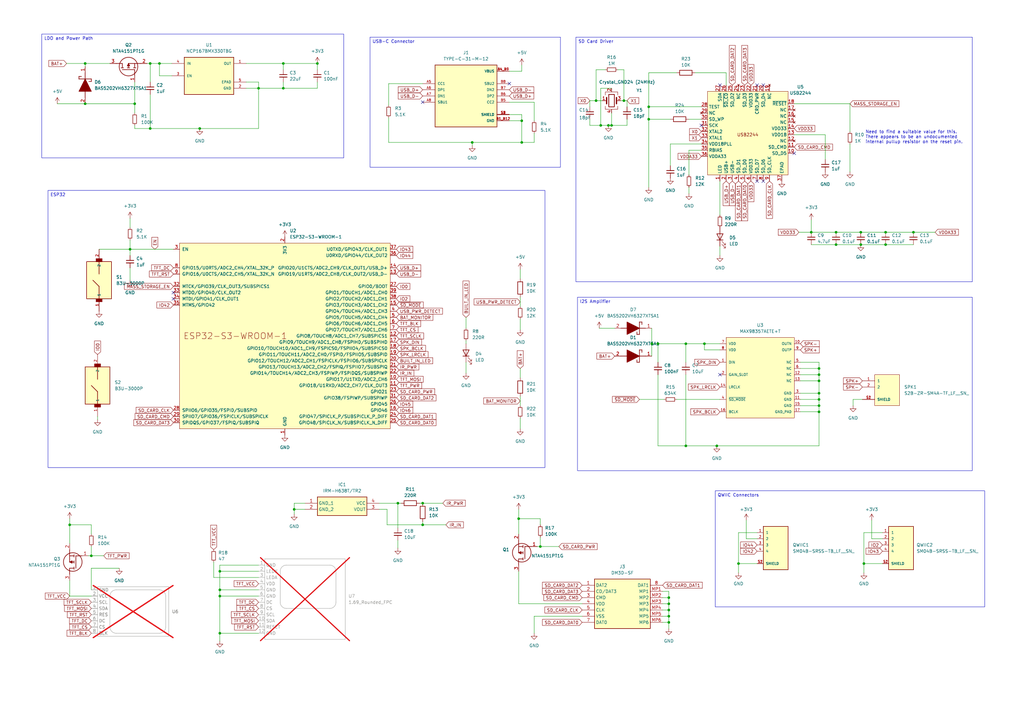
<source format=kicad_sch>
(kicad_sch (version 20230121) (generator eeschema)
  (paper "A3")
  (junction (at 342.9 100.33))
  (junction (at 294.005 182.88))
  (junction (at 130.175 26.035))
  (junction (at 269.875 140.97))
  (junction (at 246.38 51.435))
  (junction (at 335.915 156.21))
  (junction (at 120.65 208.915))
  (junction (at 55.245 42.545))
  (junction (at 342.9 95.25))
  (junction (at 65.405 26.035))
  (junction (at 90.17 259.715))
  (junction (at 106.045 36.195))
  (junction (at 266.065 48.895))
  (junction (at 61.595 52.705))
  (junction (at 183.515 337.82))
  (junction (at 193.675 58.42))
  (junction (at 354.33 231.14))
  (junction (at 90.17 244.475))
  (junction (at 255.905 41.275))
  (junction (at 281.305 182.88))
  (junction (at 353.06 100.33))
  (junction (at 28.575 215.265))
  (junction (at 221.615 224.155))
  (junction (at 281.305 140.97))
  (junction (at 335.915 163.83))
  (junction (at 197.485 313.69))
  (junction (at 363.22 100.33))
  (junction (at 250.825 51.435))
  (junction (at 335.915 161.29))
  (junction (at 173.355 215.265))
  (junction (at 136.525 350.52))
  (junction (at 335.915 153.67))
  (junction (at 267.335 140.97))
  (junction (at 90.17 241.935))
  (junction (at 34.925 26.035))
  (junction (at 335.915 166.37))
  (junction (at 212.725 212.725))
  (junction (at 363.22 95.25))
  (junction (at 335.915 168.91))
  (junction (at 274.32 255.27))
  (junction (at 274.32 247.65))
  (junction (at 213.995 58.42))
  (junction (at 302.895 231.14))
  (junction (at 213.995 49.53))
  (junction (at 116.205 36.195))
  (junction (at 163.195 206.375))
  (junction (at 34.925 42.545))
  (junction (at 288.925 140.97))
  (junction (at 61.595 26.035))
  (junction (at 332.74 95.25))
  (junction (at 274.32 252.73))
  (junction (at 151.765 350.52))
  (junction (at 182.245 313.69))
  (junction (at 244.475 41.275))
  (junction (at 173.355 350.52))
  (junction (at 335.915 151.13))
  (junction (at 266.065 43.815))
  (junction (at 90.17 234.315))
  (junction (at 206.375 337.82))
  (junction (at 53.34 102.235))
  (junction (at 274.32 245.11))
  (junction (at 37.465 227.965))
  (junction (at 274.32 250.19))
  (junction (at 374.65 95.25))
  (junction (at 81.915 52.705))
  (junction (at 249.555 51.435))
  (junction (at 116.205 26.035))
  (junction (at 353.06 95.25))
  (junction (at 173.355 206.375))
  (no_connect (at 310.515 34.925))
  (no_connect (at 208.915 34.29))
  (no_connect (at 173.355 41.91))
  (no_connect (at 287.655 51.435))
  (no_connect (at 71.12 122.555))
  (no_connect (at 313.055 74.295))
  (no_connect (at 325.755 62.865))
  (no_connect (at 310.515 74.295))
  (no_connect (at -13.97 166.37))
  (no_connect (at 313.055 34.925))
  (no_connect (at 71.12 120.015))
  (no_connect (at 295.275 34.925))
  (no_connect (at 295.275 153.67))
  (wire (pts (xy 60.325 26.035) (xy 61.595 26.035)))
  (wire (pts (xy 90.17 231.775) (xy 106.045 231.775)))
  (wire (pts (xy 335.915 161.29) (xy 335.915 163.83)))
  (wire (pts (xy 244.475 28.575) (xy 248.285 28.575)))
  (wire (pts (xy 335.915 148.59) (xy 335.915 151.13)))
  (wire (pts (xy 274.32 255.27) (xy 274.32 257.81)))
  (wire (pts (xy 349.885 163.83) (xy 349.885 166.37)))
  (wire (pts (xy 65.405 26.035) (xy 70.485 26.035)))
  (wire (pts (xy 269.875 140.97) (xy 281.305 140.97)))
  (wire (pts (xy 173.355 332.74) (xy 173.355 340.36)))
  (wire (pts (xy 212.725 208.915) (xy 212.725 212.725)))
  (wire (pts (xy 338.455 55.245) (xy 338.455 65.405)))
  (wire (pts (xy 363.22 95.25) (xy 374.65 95.25)))
  (wire (pts (xy 295.275 100.965) (xy 295.275 104.775)))
  (wire (pts (xy 250.825 46.355) (xy 250.825 51.435)))
  (wire (pts (xy 130.175 26.035) (xy 116.205 26.035)))
  (wire (pts (xy 285.115 29.845) (xy 297.815 29.845)))
  (wire (pts (xy 90.17 241.935) (xy 106.045 241.935)))
  (wire (pts (xy 257.175 41.275) (xy 257.175 43.815)))
  (wire (pts (xy 274.32 247.65) (xy 274.32 250.19)))
  (wire (pts (xy 142.875 337.82) (xy 136.525 337.82)))
  (wire (pts (xy 295.275 74.295) (xy 295.275 88.265)))
  (wire (pts (xy 357.505 220.98) (xy 361.95 220.98)))
  (wire (pts (xy 116.205 26.035) (xy 116.205 28.575)))
  (wire (pts (xy 271.78 247.65) (xy 274.32 247.65)))
  (wire (pts (xy 266.065 43.815) (xy 266.065 48.895)))
  (wire (pts (xy 271.78 252.73) (xy 274.32 252.73)))
  (wire (pts (xy 241.935 41.275) (xy 244.475 41.275)))
  (wire (pts (xy 282.575 61.595) (xy 287.655 61.595)))
  (wire (pts (xy 288.925 143.51) (xy 288.925 140.97)))
  (wire (pts (xy 297.815 29.845) (xy 297.815 34.925)))
  (wire (pts (xy 267.335 146.05) (xy 267.335 140.97)))
  (wire (pts (xy 325.755 55.245) (xy 338.455 55.245)))
  (wire (pts (xy 100.965 26.035) (xy 116.205 26.035)))
  (wire (pts (xy 182.245 331.47) (xy 182.245 335.28)))
  (wire (pts (xy 100.965 33.655) (xy 106.045 33.655)))
  (wire (pts (xy 246.38 51.435) (xy 249.555 51.435)))
  (wire (pts (xy 335.915 156.21) (xy 335.915 161.29)))
  (wire (pts (xy 116.205 33.655) (xy 116.205 36.195)))
  (wire (pts (xy 266.065 48.895) (xy 266.065 76.835)))
  (wire (pts (xy 27.305 26.035) (xy 34.925 26.035)))
  (wire (pts (xy 213.995 26.67) (xy 213.995 29.21)))
  (wire (pts (xy 37.465 215.265) (xy 37.465 219.075)))
  (wire (pts (xy 65.405 31.115) (xy 65.405 26.035)))
  (wire (pts (xy 37.465 233.045) (xy 37.465 241.935)))
  (wire (pts (xy 53.34 102.235) (xy 71.12 102.235)))
  (wire (pts (xy 328.295 166.37) (xy 335.915 166.37)))
  (wire (pts (xy 126.365 335.28) (xy 142.875 335.28)))
  (wire (pts (xy 136.525 350.52) (xy 151.765 350.52)))
  (wire (pts (xy 277.495 163.83) (xy 295.275 163.83)))
  (wire (pts (xy 219.075 54.61) (xy 219.075 58.42)))
  (wire (pts (xy 163.195 206.375) (xy 163.195 216.535)))
  (wire (pts (xy 90.17 234.315) (xy 90.17 241.935)))
  (wire (pts (xy 306.07 220.98) (xy 310.515 220.98)))
  (wire (pts (xy 173.355 350.52) (xy 183.515 350.52)))
  (wire (pts (xy 158.75 215.265) (xy 173.355 215.265)))
  (wire (pts (xy 269.875 153.67) (xy 269.875 182.88)))
  (wire (pts (xy 241.935 48.895) (xy 241.935 51.435)))
  (wire (pts (xy 282.575 61.595) (xy 282.575 71.755)))
  (wire (pts (xy 182.245 322.58) (xy 182.245 323.85)))
  (wire (pts (xy 246.38 36.195) (xy 246.38 51.435)))
  (wire (pts (xy 274.32 242.57) (xy 274.32 245.11)))
  (wire (pts (xy 353.06 95.25) (xy 363.22 95.25)))
  (wire (pts (xy 306.07 213.36) (xy 306.07 220.98)))
  (wire (pts (xy 246.38 36.195) (xy 250.825 36.195)))
  (wire (pts (xy 90.17 259.715) (xy 106.045 259.715)))
  (wire (pts (xy 281.305 153.67) (xy 281.305 182.88)))
  (wire (pts (xy 197.485 313.69) (xy 197.485 337.82)))
  (wire (pts (xy 335.915 168.91) (xy 335.915 182.88)))
  (wire (pts (xy 28.575 212.725) (xy 28.575 215.265)))
  (wire (pts (xy 213.36 130.81) (xy 213.36 135.255)))
  (wire (pts (xy 40.64 102.235) (xy 53.34 102.235)))
  (wire (pts (xy 274.32 250.19) (xy 274.32 252.73)))
  (wire (pts (xy 132.715 332.74) (xy 142.875 332.74)))
  (wire (pts (xy 213.995 49.53) (xy 213.995 58.42)))
  (wire (pts (xy 374.65 95.25) (xy 383.54 95.25)))
  (wire (pts (xy 271.78 242.57) (xy 274.32 242.57)))
  (wire (pts (xy 327.66 95.25) (xy 332.74 95.25)))
  (wire (pts (xy 302.895 231.14) (xy 302.895 234.95)))
  (wire (pts (xy 281.305 140.97) (xy 281.305 148.59)))
  (wire (pts (xy 132.715 321.31) (xy 132.715 322.58)))
  (wire (pts (xy 349.885 163.83) (xy 353.695 163.83)))
  (wire (pts (xy 328.295 148.59) (xy 335.915 148.59)))
  (wire (pts (xy 208.915 46.99) (xy 213.995 46.99)))
  (wire (pts (xy 213.36 162.56) (xy 213.36 166.37)))
  (wire (pts (xy 302.895 231.14) (xy 310.515 231.14)))
  (wire (pts (xy 221.615 220.345) (xy 221.615 224.155)))
  (wire (pts (xy 55.245 52.705) (xy 61.595 52.705)))
  (wire (pts (xy 241.935 51.435) (xy 246.38 51.435)))
  (wire (pts (xy 244.475 28.575) (xy 244.475 41.275)))
  (wire (pts (xy 328.295 161.29) (xy 335.915 161.29)))
  (wire (pts (xy 132.715 330.2) (xy 132.715 332.74)))
  (wire (pts (xy 274.955 59.055) (xy 274.955 67.945)))
  (wire (pts (xy 37.465 227.965) (xy 42.545 227.965)))
  (wire (pts (xy 151.765 350.52) (xy 173.355 350.52)))
  (wire (pts (xy 155.575 208.915) (xy 158.75 208.915)))
  (wire (pts (xy 116.205 36.195) (xy 130.175 36.195)))
  (wire (pts (xy 281.305 182.88) (xy 294.005 182.88)))
  (wire (pts (xy 53.34 102.235) (xy 53.34 104.775)))
  (wire (pts (xy 274.955 59.055) (xy 287.655 59.055)))
  (wire (pts (xy 249.555 51.435) (xy 250.825 51.435)))
  (wire (pts (xy 208.915 29.21) (xy 213.995 29.21)))
  (wire (pts (xy 271.78 245.11) (xy 274.32 245.11)))
  (wire (pts (xy 212.725 212.725) (xy 212.725 219.075)))
  (wire (pts (xy 159.385 34.29) (xy 159.385 43.18)))
  (wire (pts (xy 357.505 213.36) (xy 357.505 220.98)))
  (wire (pts (xy 302.895 218.44) (xy 302.895 231.14)))
  (wire (pts (xy 90.17 259.715) (xy 90.17 262.89)))
  (wire (pts (xy 363.22 100.33) (xy 374.65 100.33)))
  (wire (pts (xy 274.32 245.11) (xy 274.32 247.65)))
  (wire (pts (xy 136.525 337.82) (xy 136.525 341.63)))
  (wire (pts (xy 353.06 100.33) (xy 363.22 100.33)))
  (wire (pts (xy 87.63 230.505) (xy 87.63 236.855)))
  (wire (pts (xy 219.075 252.73) (xy 238.76 252.73)))
  (wire (pts (xy 271.78 255.27) (xy 274.32 255.27)))
  (wire (pts (xy 328.295 163.83) (xy 335.915 163.83)))
  (wire (pts (xy 70.485 31.115) (xy 65.405 31.115)))
  (wire (pts (xy 332.74 100.33) (xy 342.9 100.33)))
  (wire (pts (xy 183.515 350.52) (xy 183.515 345.44)))
  (wire (pts (xy 172.085 206.375) (xy 173.355 206.375)))
  (wire (pts (xy 183.515 337.82) (xy 197.485 337.82)))
  (wire (pts (xy 191.135 148.59) (xy 191.135 153.035)))
  (wire (pts (xy 173.355 345.44) (xy 173.355 350.52)))
  (wire (pts (xy 61.595 38.735) (xy 61.595 52.705)))
  (wire (pts (xy 212.725 212.725) (xy 221.615 212.725)))
  (wire (pts (xy 302.895 218.44) (xy 310.515 218.44)))
  (wire (pts (xy 120.65 206.375) (xy 125.095 206.375)))
  (wire (pts (xy 182.245 313.69) (xy 182.245 317.5)))
  (wire (pts (xy 220.345 224.155) (xy 221.615 224.155)))
  (wire (pts (xy 36.195 227.965) (xy 37.465 227.965)))
  (wire (pts (xy 354.33 218.44) (xy 354.33 231.14)))
  (wire (pts (xy 170.815 337.82) (xy 183.515 337.82)))
  (wire (pts (xy 23.495 42.545) (xy 34.925 42.545)))
  (wire (pts (xy 130.175 33.655) (xy 130.175 36.195)))
  (wire (pts (xy 325.755 42.545) (xy 348.615 42.545)))
  (wire (pts (xy 173.355 206.375) (xy 181.61 206.375)))
  (wire (pts (xy 40.005 170.815) (xy 40.005 172.085)))
  (wire (pts (xy 159.385 58.42) (xy 193.675 58.42)))
  (wire (pts (xy 61.595 52.705) (xy 81.915 52.705)))
  (wire (pts (xy 213.36 121.92) (xy 213.36 125.73)))
  (wire (pts (xy 253.365 28.575) (xy 255.905 28.575)))
  (wire (pts (xy 354.33 218.44) (xy 361.95 218.44)))
  (wire (pts (xy 257.175 48.895) (xy 257.175 51.435)))
  (wire (pts (xy 354.33 231.14) (xy 361.95 231.14)))
  (wire (pts (xy 163.195 221.615) (xy 163.195 224.79)))
  (wire (pts (xy 132.715 316.23) (xy 132.715 313.69)))
  (wire (pts (xy 90.17 244.475) (xy 90.17 259.715)))
  (wire (pts (xy 213.36 171.45) (xy 213.36 175.895)))
  (wire (pts (xy 219.075 252.73) (xy 219.075 259.715)))
  (wire (pts (xy 55.245 46.355) (xy 55.245 42.545)))
  (wire (pts (xy 250.825 51.435) (xy 257.175 51.435)))
  (wire (pts (xy 266.065 29.845) (xy 266.065 43.815)))
  (wire (pts (xy 34.925 26.035) (xy 45.085 26.035)))
  (wire (pts (xy 159.385 48.26) (xy 159.385 58.42)))
  (wire (pts (xy 267.335 134.62) (xy 267.335 140.97)))
  (wire (pts (xy 120.65 208.915) (xy 120.65 210.82)))
  (wire (pts (xy 55.245 51.435) (xy 55.245 52.705)))
  (wire (pts (xy 266.065 48.895) (xy 274.955 48.895)))
  (wire (pts (xy 155.575 206.375) (xy 163.195 206.375)))
  (wire (pts (xy 120.65 208.915) (xy 125.095 208.915)))
  (wire (pts (xy 132.715 313.69) (xy 182.245 313.69)))
  (wire (pts (xy 213.36 151.13) (xy 213.36 154.94)))
  (wire (pts (xy 342.9 95.25) (xy 353.06 95.25)))
  (wire (pts (xy 335.915 153.67) (xy 335.915 156.21)))
  (wire (pts (xy 106.045 36.195) (xy 106.045 52.705)))
  (wire (pts (xy 208.915 49.53) (xy 213.995 49.53)))
  (wire (pts (xy 255.905 28.575) (xy 255.905 41.275)))
  (wire (pts (xy 170.815 332.74) (xy 173.355 332.74)))
  (wire (pts (xy 221.615 224.155) (xy 229.235 224.155)))
  (wire (pts (xy 348.615 42.545) (xy 348.615 53.975)))
  (wire (pts (xy 173.355 213.995) (xy 173.355 215.265)))
  (wire (pts (xy 90.17 241.935) (xy 90.17 244.475)))
  (wire (pts (xy 335.915 151.13) (xy 335.915 153.67)))
  (wire (pts (xy 28.575 215.265) (xy 37.465 215.265)))
  (wire (pts (xy 245.745 134.62) (xy 252.095 134.62)))
  (wire (pts (xy 87.63 236.855) (xy 106.045 236.855)))
  (wire (pts (xy 328.295 153.67) (xy 335.915 153.67)))
  (wire (pts (xy 332.74 90.17) (xy 332.74 95.25)))
  (wire (pts (xy 212.725 247.65) (xy 238.76 247.65)))
  (wire (pts (xy 173.355 215.265) (xy 182.88 215.265)))
  (wire (pts (xy 120.65 206.375) (xy 120.65 208.915)))
  (wire (pts (xy 288.925 140.97) (xy 281.305 140.97)))
  (wire (pts (xy 213.995 58.42) (xy 219.075 58.42)))
  (wire (pts (xy 244.475 41.275) (xy 247.015 41.275)))
  (wire (pts (xy 213.36 110.49) (xy 213.36 114.3)))
  (wire (pts (xy 221.615 212.725) (xy 221.615 215.265)))
  (wire (pts (xy 206.375 337.82) (xy 206.375 340.995)))
  (wire (pts (xy 191.135 139.7) (xy 191.135 140.97)))
  (wire (pts (xy 28.575 215.265) (xy 28.575 222.885)))
  (wire (pts (xy 254.635 41.275) (xy 255.905 41.275)))
  (wire (pts (xy 295.275 140.97) (xy 288.925 140.97)))
  (wire (pts (xy 130.175 28.575) (xy 130.175 26.035)))
  (wire (pts (xy 34.925 42.545) (xy 55.245 42.545)))
  (wire (pts (xy 90.17 234.315) (xy 106.045 234.315)))
  (wire (pts (xy 28.575 244.475) (xy 37.465 244.475)))
  (wire (pts (xy 53.34 109.855) (xy 53.34 114.935)))
  (wire (pts (xy 295.275 143.51) (xy 288.925 143.51)))
  (wire (pts (xy 197.485 311.15) (xy 197.485 313.69)))
  (wire (pts (xy 219.075 41.91) (xy 219.075 49.53)))
  (wire (pts (xy 213.995 58.42) (xy 193.675 58.42)))
  (wire (pts (xy 206.375 332.74) (xy 209.55 332.74)))
  (wire (pts (xy 37.465 224.155) (xy 37.465 227.965)))
  (wire (pts (xy 163.195 206.375) (xy 164.465 206.375)))
  (wire (pts (xy 182.245 313.69) (xy 197.485 313.69)))
  (wire (pts (xy 106.045 36.195) (xy 100.965 36.195)))
  (wire (pts (xy 53.34 98.425) (xy 53.34 102.235)))
  (wire (pts (xy 348.615 59.055) (xy 348.615 70.485)))
  (wire (pts (xy 274.32 252.73) (xy 274.32 255.27)))
  (wire (pts (xy 335.915 166.37) (xy 335.915 168.91)))
  (wire (pts (xy 328.295 151.13) (xy 335.915 151.13)))
  (wire (pts (xy 34.925 26.035) (xy 34.925 27.305)))
  (wire (pts (xy 193.675 58.42) (xy 193.675 59.69)))
  (wire (pts (xy 269.875 140.97) (xy 267.335 140.97)))
  (wire (pts (xy 158.75 208.915) (xy 158.75 215.265)))
  (wire (pts (xy 335.915 163.83) (xy 335.915 166.37)))
  (wire (pts (xy 208.915 41.91) (xy 219.075 41.91)))
  (wire (pts (xy 282.575 48.895) (xy 287.655 48.895)))
  (wire (pts (xy 126.365 350.52) (xy 136.525 350.52)))
  (wire (pts (xy 271.78 250.19) (xy 274.32 250.19)))
  (wire (pts (xy 37.465 233.045) (xy 48.895 233.045)))
  (wire (pts (xy 335.915 182.88) (xy 294.005 182.88)))
  (wire (pts (xy 282.575 76.835) (xy 282.575 79.375)))
  (wire (pts (xy 90.17 244.475) (xy 106.045 244.475)))
  (wire (pts (xy 269.875 140.97) (xy 269.875 148.59)))
  (wire (pts (xy 354.33 231.14) (xy 354.33 234.95)))
  (wire (pts (xy 206.375 332.74) (xy 206.375 337.82)))
  (wire (pts (xy 28.575 238.125) (xy 28.575 244.475)))
  (wire (pts (xy 183.515 337.82) (xy 183.515 340.36)))
  (wire (pts (xy 55.245 33.655) (xy 55.245 42.545)))
  (wire (pts (xy 182.245 335.28) (xy 170.815 335.28)))
  (wire (pts (xy 262.255 163.83) (xy 272.415 163.83)))
  (wire (pts (xy 269.875 182.88) (xy 281.305 182.88)))
  (wire (pts (xy 173.355 34.29) (xy 159.385 34.29)))
  (wire (pts (xy 328.295 156.21) (xy 335.915 156.21)))
  (wire (pts (xy 212.725 234.315) (xy 212.725 247.65)))
  (wire (pts (xy 266.065 29.845) (xy 277.495 29.845)))
  (wire (pts (xy 126.365 335.28) (xy 126.365 350.52)))
  (wire (pts (xy 332.74 95.25) (xy 342.9 95.25)))
  (wire (pts (xy 106.045 52.705) (xy 81.915 52.705)))
  (wire (pts (xy 61.595 26.035) (xy 61.595 33.655)))
  (wire (pts (xy 136.525 346.71) (xy 136.525 350.52)))
  (wire (pts (xy 255.905 41.275) (xy 257.175 41.275)))
  (wire (pts (xy 116.205 36.195) (xy 106.045 36.195)))
  (wire (pts (xy 266.065 43.815) (xy 287.655 43.815)))
  (wire (pts (xy 106.045 33.655) (xy 106.045 36.195)))
  (wire (pts (xy 342.9 100.33) (xy 353.06 100.33)))
  (wire (pts (xy 53.34 89.535) (xy 53.34 93.345)))
  (wire (pts (xy 213.995 46.99) (xy 213.995 49.53)))
  (wire (pts (xy 90.17 231.775) (xy 90.17 234.315)))
  (wire (pts (xy 61.595 26.035) (xy 65.405 26.035)))
  (wire (pts (xy 206.375 337.82) (xy 209.55 337.82)))
  (wire (pts (xy 328.295 168.91) (xy 335.915 168.91)))
  (wire (pts (xy 191.135 130.175) (xy 191.135 134.62)))
  (wire (pts (xy 241.935 41.275) (xy 241.935 43.815)))
  (text_box "QWIIC Connectors" (at 293.37 201.295 0) (size 110.49 47.625) (effects (font (size 1.27 1.27)) (justify left top)))
  (text_box "SD Card Driver" (at 236.22 15.24 0) (size 162.56 100.33) (effects (font (size 1.27 1.27)) (justify left top)))
  (text_box "ESP32" (at 19.685 78.105 0) (size 203.835 113.665) (effects (font (size 1.27 1.27)) (justify left top)))
  (text_box "USB-C Connector" (at 151.765 15.24 0) (size 78.105 53.34) (effects (font (size 1.27 1.27)) (justify left top)))
  (text_box "I2S Amplifier" (at 236.855 121.92 0) (size 161.925 71.12) (effects (font (size 1.27 1.27)) (justify left top)))
  (text_box "LDO and Power Path" (at 17.145 13.97 0) (size 123.825 50.8) (effects (font (size 1.27 1.27)) (justify left top)))
  (text "Need to find a suitable value for this.\nThere appears to be an undocumented\ninternal pullup resistor on the reset pin." (at 354.965 59.055 0) (effects (font (size 1.27 1.27)) (justify left bottom)))
  (global_label "SPK_BCLK" (shape input) (at 162.56 142.875 0) (property "Intersheetrefs" "${INTERSHEET_REFS}" (effects hide)))
  (global_label "VDD33" (shape input) (at 307.975 74.295 270) (property "Intersheetrefs" "${INTERSHEET_REFS}" (effects hide)))
  (global_label "EN" (shape input) (at 63.5 102.235 90) (property "Intersheetrefs" "${INTERSHEET_REFS}" (effects hide)))
  (global_label "SD_CARD_DAT0" (shape input) (at 162.56 173.355 0) (property "Intersheetrefs" "${INTERSHEET_REFS}" (effects hide)))
  (global_label "SPK+" (shape input) (at 328.295 143.51 0) (property "Intersheetrefs" "${INTERSHEET_REFS}" (effects hide)))
  (global_label "BAT+" (shape input) (at 27.305 26.035 180) (property "Intersheetrefs" "${INTERSHEET_REFS}" (effects hide)))
  (global_label "IO44" (shape input) (at 162.56 104.775 0) (property "Intersheetrefs" "${INTERSHEET_REFS}" (effects hide)))
  (global_label "IO42" (shape input) (at 310.515 226.06 180) (property "Intersheetrefs" "${INTERSHEET_REFS}" (effects hide)))
  (global_label "BAT+" (shape input) (at 213.36 151.13 90) (property "Intersheetrefs" "${INTERSHEET_REFS}" (effects hide)))
  (global_label "SD_CARD_CMD" (shape input) (at 238.76 245.11 180) (property "Intersheetrefs" "${INTERSHEET_REFS}" (effects hide)))
  (global_label "TFT_CS" (shape input) (at 106.045 249.555 180) (property "Intersheetrefs" "${INTERSHEET_REFS}" (effects hide)))
  (global_label "SPK_BCLK" (shape input) (at 295.275 168.91 180) (property "Intersheetrefs" "${INTERSHEET_REFS}" (effects hide)))
  (global_label "BAT+" (shape input) (at 209.55 330.2 180) (property "Intersheetrefs" "${INTERSHEET_REFS}" (effects hide)))
  (global_label "TFT_MOSI" (shape input) (at 106.045 254.635 180) (property "Intersheetrefs" "${INTERSHEET_REFS}" (effects hide)))
  (global_label "X1" (shape input) (at 287.655 56.515 180) (property "Intersheetrefs" "${INTERSHEET_REFS}" (effects hide)))
  (global_label "TFT_RST" (shape input) (at 106.045 257.175 180) (property "Intersheetrefs" "${INTERSHEET_REFS}" (effects hide)))
  (global_label "SD_CARD_DAT2" (shape input) (at 162.56 163.195 0) (property "Intersheetrefs" "${INTERSHEET_REFS}" (effects hide)))
  (global_label "SPK-" (shape input) (at 353.695 158.75 180) (property "Intersheetrefs" "${INTERSHEET_REFS}" (effects hide)))
  (global_label "USB_D+" (shape input) (at 173.355 36.83 180) (property "Intersheetrefs" "${INTERSHEET_REFS}" (effects hide)))
  (global_label "X0" (shape input) (at 241.935 41.275 180) (property "Intersheetrefs" "${INTERSHEET_REFS}" (effects hide)))
  (global_label "SD_CARD_CMD" (shape input) (at 71.12 170.815 180) (property "Intersheetrefs" "${INTERSHEET_REFS}" (effects hide)))
  (global_label "IO2" (shape input) (at 162.56 122.555 0) (property "Intersheetrefs" "${INTERSHEET_REFS}" (effects hide)))
  (global_label "BUILT_IN_LED" (shape input) (at 162.56 147.955 0) (property "Intersheetrefs" "${INTERSHEET_REFS}" (effects hide)))
  (global_label "TFT_RST" (shape input) (at 71.12 112.395 180) (property "Intersheetrefs" "${INTERSHEET_REFS}" (effects hide)))
  (global_label "TFT_BLK" (shape input) (at 37.465 259.715 180) (property "Intersheetrefs" "${INTERSHEET_REFS}" (effects hide)))
  (global_label "IO44" (shape input) (at 310.515 223.52 180) (property "Intersheetrefs" "${INTERSHEET_REFS}" (effects hide)))
  (global_label "SPK+" (shape input) (at 353.695 156.21 180) (property "Intersheetrefs" "${INTERSHEET_REFS}" (effects hide)))
  (global_label "USB_D-" (shape input) (at 162.56 112.395 0) (property "Intersheetrefs" "${INTERSHEET_REFS}" (effects hide)))
  (global_label "USB_PWR_DETECT" (shape input) (at 213.36 123.825 180) (property "Intersheetrefs" "${INTERSHEET_REFS}" (effects hide)))
  (global_label "TFT_CS" (shape input) (at 162.56 135.255 0) (property "Intersheetrefs" "${INTERSHEET_REFS}" (effects hide)))
  (global_label "TFT_MOSI" (shape input) (at 37.465 249.555 180) (property "Intersheetrefs" "${INTERSHEET_REFS}" (effects hide)))
  (global_label "TFT_VCC" (shape input) (at 87.63 225.425 90) (property "Intersheetrefs" "${INTERSHEET_REFS}" (effects hide)))
  (global_label "TFT_SCLK" (shape input) (at 37.465 247.015 180) (property "Intersheetrefs" "${INTERSHEET_REFS}" (effects hide)))
  (global_label "SD_CARD_DAT3" (shape input) (at 71.12 173.355 180) (property "Intersheetrefs" "${INTERSHEET_REFS}" (effects hide)))
  (global_label "BUILT_IN_LED" (shape input) (at 191.135 130.175 90) (property "Intersheetrefs" "${INTERSHEET_REFS}" (effects hide)))
  (global_label "BAT_MONITOR" (shape input) (at 162.56 130.175 0) (property "Intersheetrefs" "${INTERSHEET_REFS}" (effects hide)))
  (global_label "VDD33" (shape input) (at 327.66 95.25 180) (property "Intersheetrefs" "${INTERSHEET_REFS}" (effects hide)))
  (global_label "VDDA33" (shape input) (at 383.54 95.25 0) (property "Intersheetrefs" "${INTERSHEET_REFS}" (effects hide)))
  (global_label "SPK_LRCLK" (shape input) (at 162.56 145.415 0) (property "Intersheetrefs" "${INTERSHEET_REFS}" (effects hide)))
  (global_label "TFT_BLK" (shape input) (at 162.56 132.715 0) (property "Intersheetrefs" "${INTERSHEET_REFS}" (effects hide)))
  (global_label "SD_CARD_DAT1" (shape input) (at 271.78 240.03 0) (property "Intersheetrefs" "${INTERSHEET_REFS}" (effects hide)))
  (global_label "USB_D-" (shape input) (at 300.355 74.295 270) (property "Intersheetrefs" "${INTERSHEET_REFS}" (effects hide)))
  (global_label "IR_IN" (shape input) (at 162.56 153.035 0) (property "Intersheetrefs" "${INTERSHEET_REFS}" (effects hide)))
  (global_label "MASS_STORAGE_EN" (shape input) (at 71.12 117.475 180) (property "Intersheetrefs" "${INTERSHEET_REFS}" (effects hide)))
  (global_label "USB_D+" (shape input) (at 208.915 39.37 0) (property "Intersheetrefs" "${INTERSHEET_REFS}" (effects hide)))
  (global_label "BAT+" (shape input) (at 252.095 146.05 180) (property "Intersheetrefs" "${INTERSHEET_REFS}" (effects hide)))
  (global_label "SD_CARD_CLK" (shape input) (at 238.76 250.19 180) (property "Intersheetrefs" "${INTERSHEET_REFS}" (effects hide)))
  (global_label "IO43" (shape input) (at 162.56 102.235 0) (property "Intersheetrefs" "${INTERSHEET_REFS}" (effects hide)))
  (global_label "USB_D+" (shape input) (at 297.815 74.295 270) (property "Intersheetrefs" "${INTERSHEET_REFS}" (effects hide)))
  (global_label "TFT_RST" (shape input) (at 37.465 252.095 180) (property "Intersheetrefs" "${INTERSHEET_REFS}" (effects hide)))
  (global_label "SD_CARD_CLK" (shape input) (at 315.595 74.295 270) (property "Intersheetrefs" "${INTERSHEET_REFS}" (effects hide)))
  (global_label "SD_CARD_DAT3" (shape input) (at 238.76 242.57 180) (property "Intersheetrefs" "${INTERSHEET_REFS}" (effects hide)))
  (global_label "X0" (shape input) (at 287.655 53.975 180) (property "Intersheetrefs" "${INTERSHEET_REFS}" (effects hide)))
  (global_label "IR_IN" (shape input) (at 182.88 215.265 0) (property "Intersheetrefs" "${INTERSHEET_REFS}" (effects hide)))
  (global_label "IR_PWR" (shape input) (at 181.61 206.375 0) (property "Intersheetrefs" "${INTERSHEET_REFS}" (effects hide)))
  (global_label "MASS_STORAGE_EN" (shape input) (at 348.615 42.545 0) (property "Intersheetrefs" "${INTERSHEET_REFS}" (effects hide)))
  (global_label "SD_CARD_PWR" (shape input) (at 162.56 160.655 0) (property "Intersheetrefs" "${INTERSHEET_REFS}" (effects hide)))
  (global_label "BAT_MONITOR" (shape input) (at 213.36 164.465 180) (property "Intersheetrefs" "${INTERSHEET_REFS}" (effects hide)))
  (global_label "IO2" (shape input) (at 361.95 223.52 180) (property "Intersheetrefs" "${INTERSHEET_REFS}" (effects hide)))
  (global_label "IO45" (shape input) (at 162.56 165.735 0) (property "Intersheetrefs" "${INTERSHEET_REFS}" (effects hide)))
  (global_label "IO0" (shape input) (at 40.005 145.415 90) (property "Intersheetrefs" "${INTERSHEET_REFS}" (effects hide)))
  (global_label "VDDA33" (shape input) (at 287.655 64.135 180) (property "Intersheetrefs" "${INTERSHEET_REFS}" (effects hide)))
  (global_label "TFT_CS" (shape input) (at 37.465 257.175 180) (property "Intersheetrefs" "${INTERSHEET_REFS}" (effects hide)))
  (global_label "USB_D-" (shape input) (at 173.355 39.37 180) (property "Intersheetrefs" "${INTERSHEET_REFS}" (effects hide)))
  (global_label "TFT_PWR" (shape input) (at 162.56 158.115 0) (property "Intersheetrefs" "${INTERSHEET_REFS}" (effects hide)))
  (global_label "IO0" (shape input) (at 162.56 117.475 0) (property "Intersheetrefs" "${INTERSHEET_REFS}" (effects hide)))
  (global_label "SD_CARD_PWR" (shape input) (at 229.235 224.155 0) (property "Intersheetrefs" "${INTERSHEET_REFS}" (effects hide)))
  (global_label "SD_CARD_DAT1" (shape input) (at 162.56 170.815 0) (property "Intersheetrefs" "${INTERSHEET_REFS}" (effects hide)))
  (global_label "~{SD_MODE}" (shape input) (at 262.255 163.83 180) (property "Intersheetrefs" "${INTERSHEET_REFS}" (effects hide)))
  (global_label "TFT_PWR" (shape input) (at 42.545 227.965 0) (property "Intersheetrefs" "${INTERSHEET_REFS}" (effects hide)))
  (global_label "SD_CARD_DAT2" (shape input) (at 300.355 34.925 90) (property "Intersheetrefs" "${INTERSHEET_REFS}" (effects hide)))
  (global_label "SPK_DIN" (shape input) (at 162.56 140.335 0) (property "Intersheetrefs" "${INTERSHEET_REFS}" (effects hide)))
  (global_label "SPK-" (shape input) (at 328.295 140.97 0) (property "Intersheetrefs" "${INTERSHEET_REFS}" (effects hide)))
  (global_label "SD_CARD_DAT1" (shape input) (at 302.895 74.295 270) (property "Intersheetrefs" "${INTERSHEET_REFS}" (effects hide)))
  (global_label "BAT+" (shape input) (at 136.525 337.82 180) (property "Intersheetrefs" "${INTERSHEET_REFS}" (effects hide)))
  (global_label "TFT_DC" (shape input) (at 37.465 254.635 180) (property "Intersheetrefs" "${INTERSHEET_REFS}" (effects hide)))
  (global_label "TFT_VCC" (shape input) (at 106.045 239.395 180) (property "Intersheetrefs" "${INTERSHEET_REFS}" (effects hide)))
  (global_label "VDD33" (shape input) (at 325.755 52.705 0) (property "Intersheetrefs" "${INTERSHEET_REFS}" (effects hide)))
  (global_label "IO46" (shape input) (at 162.56 168.275 0) (property "Intersheetrefs" "${INTERSHEET_REFS}" (effects hide)))
  (global_label "TFT_MOSI" (shape input) (at 162.56 155.575 0) (property "Intersheetrefs" "${INTERSHEET_REFS}" (effects hide)))
  (global_label "USB_D-" (shape input) (at 208.915 36.83 0) (property "Intersheetrefs" "${INTERSHEET_REFS}" (effects hide)))
  (global_label "USB_D+" (shape input) (at 162.56 109.855 0) (property "Intersheetrefs" "${INTERSHEET_REFS}" (effects hide)))
  (global_label "IO43" (shape input) (at 361.95 226.06 180) (property "Intersheetrefs" "${INTERSHEET_REFS}" (effects hide)))
  (global_label "SD_CARD_CLK" (shape input) (at 71.12 168.275 180) (property "Intersheetrefs" "${INTERSHEET_REFS}" (effects hide)))
  (global_label "TFT_DC" (shape input) (at 106.045 247.015 180) (property "Intersheetrefs" "${INTERSHEET_REFS}" (effects hide)))
  (global_label "SPK_LRCLK" (shape input) (at 295.275 158.75 180) (property "Intersheetrefs" "${INTERSHEET_REFS}" (effects hide)))
  (global_label "TFT_SCLK" (shape input) (at 106.045 252.095 180) (property "Intersheetrefs" "${INTERSHEET_REFS}" (effects hide)))
  (global_label "TFT_SCLK" (shape input) (at 162.56 137.795 0) (property "Intersheetrefs" "${INTERSHEET_REFS}" (effects hide)))
  (global_label "VDD33" (shape input) (at 307.975 34.925 90) (property "Intersheetrefs" "${INTERSHEET_REFS}" (effects hide)))
  (global_label "~{SD_MODE}" (shape input) (at 162.56 125.095 0) (property "Intersheetrefs" "${INTERSHEET_REFS}" (effects hide)))
  (global_label "SD_CARD_DAT0" (shape input) (at 238.76 255.27 180) (property "Intersheetrefs" "${INTERSHEET_REFS}" (effects hide)))
  (global_label "SD_CARD_DAT2" (shape input) (at 238.76 240.03 180) (property "Intersheetrefs" "${INTERSHEET_REFS}" (effects hide)))
  (global_label "TFT_DC" (shape input) (at 71.12 109.855 180) (property "Intersheetrefs" "${INTERSHEET_REFS}" (effects hide)))
  (global_label "X1" (shape input) (at 257.175 41.275 0) (property "Intersheetrefs" "${INTERSHEET_REFS}" (effects hide)))
  (global_label "IO42" (shape input) (at 71.12 125.095 180) (property "Intersheetrefs" "${INTERSHEET_REFS}" (effects hide)))
  (global_label "SPK_DIN" (shape input) (at 295.275 148.59 180) (property "Intersheetrefs" "${INTERSHEET_REFS}" (effects hide)))
  (global_label "USB_PWR_DETECT" (shape input) (at 162.56 127.635 0) (property "Intersheetrefs" "${INTERSHEET_REFS}" (effects hide)))
  (global_label "TFT_VCC" (shape input) (at 28.575 244.475 180) (property "Intersheetrefs" "${INTERSHEET_REFS}" (effects hide)))
  (global_label "SD_CARD_CMD" (shape input) (at 325.755 60.325 0) (property "Intersheetrefs" "${INTERSHEET_REFS}" (effects hide)))
  (global_label "SD_CARD_DAT3" (shape input) (at 305.435 34.925 90) (property "Intersheetrefs" "${INTERSHEET_REFS}" (effects hide)))
  (global_label "SD_CARD_DAT0" (shape input) (at 305.435 74.295 270) (property "Intersheetrefs" "${INTERSHEET_REFS}" (effects hide)))
  (global_label "IR_PWR" (shape input) (at 162.56 150.495 0) (property "Intersheetrefs" "${INTERSHEET_REFS}" (effects hide)))
  (symbol (lib_id "power:GND") (at 353.06 100.33 0) (unit 1)
    (property "Reference" "#PWR017" (effects hide))
    (property "Value" "GND" (at 353.06 105.41 0))
  )
  (symbol (lib_id "Device:C_Small") (at 163.195 219.075 0) (unit 1)
    (property "Reference" "C18" (at 165.735 217.8113 0) (effects (justify left)))
    (property "Value" "10uF" (at 165.735 220.3513 0) (effects (justify left)))
    (property "Footprint" "Capacitor_SMD:C_0402_1005Metric" (effects hide))
  )
  (symbol (lib_id "power:GND") (at 266.065 76.835 0) (unit 1)
    (property "Reference" "#PWR023" (effects hide))
    (property "Value" "GND" (at 266.065 81.915 0))
  )
  (symbol (lib_id "Device:C_Small") (at 353.06 97.79 0) (unit 1)
    (property "Reference" "C11" (at 355.6 96.5263 0) (effects (justify left)))
    (property "Value" "0.1uF" (at 355.6 99.0663 0) (effects (justify left)))
    (property "Footprint" "Capacitor_SMD:C_0402_1005Metric" (effects hide))
  )
  (symbol (lib_id "Device:C_Small") (at 338.455 67.945 0) (unit 1)
    (property "Reference" "C17" (at 340.995 66.6813 0) (effects (justify left)))
    (property "Value" "1uF" (at 340.995 69.2213 0) (effects (justify left)))
    (property "Footprint" "Capacitor_SMD:C_0402_1005Metric" (effects hide))
  )
  (symbol (lib_id "Device:R_Small") (at 159.385 45.72 180) (unit 1)
    (property "Reference" "R3" (at 161.925 44.45 0) (effects (justify right)))
    (property "Value" "5.1K" (at 161.925 46.99 0) (effects (justify right)))
    (property "Footprint" "Resistor_SMD:R_0402_1005Metric" (effects hide))
  )
  (symbol (lib_id "Device:C_Small") (at 61.595 36.195 0) (unit 1)
    (property "Reference" "C2" (at 64.135 34.9313 0) (effects (justify left)))
    (property "Value" "1uF" (at 64.135 37.4713 0) (effects (justify left)))
    (property "Footprint" "Capacitor_SMD:C_0402_1005Metric" (effects hide))
    (property "Mfg Part #" "test" (effects hide))
  )
  (symbol (lib_id "Device:R_Small") (at 191.135 137.16 0) (unit 1)
    (property "Reference" "R8" (at 193.675 135.89 0) (effects (justify left)))
    (property "Value" "220R" (at 193.675 138.43 0) (effects (justify left)))
    (property "Footprint" "Resistor_SMD:R_0402_1005Metric" (effects hide))
  )
  (symbol (lib_id "power:GND") (at 81.915 52.705 0) (unit 1)
    (property "Reference" "#PWR01" (effects hide))
    (property "Value" "GND" (at 81.915 57.785 0))
  )
  (symbol (lib_id "power:GND") (at 40.64 127.635 0) (unit 1)
    (property "Reference" "#PWR029" (effects hide))
    (property "Value" "GND" (at 40.64 132.715 0))
  )
  (symbol (lib_id "NTA4151PT1G:NTA4151PT1G") (at 220.345 224.155 180) (unit 1)
    (property "Reference" "Q1" (at 208.915 225.425 0) (effects (justify left)))
    (property "Value" "NTA4151PT1G" (at 231.14 227.965 0) (effects (justify left)))
    (property "Footprint" "NTA4151PT1G:SOT50P160X90-3N" (effects hide))
    (property "Datasheet" "http://www.onsemi.com/pub/Collateral/NTA4151P-D.PDF" (effects hide))
    (property "Height" "0.9" (effects hide))
    (property "Manufacturer_Name" "onsemi" (effects hide))
    (property "Manufacturer_Part_Number" "NTA4151PT1G" (effects hide))
    (property "Mouser Part Number" "863-NTA4151PT1G" (effects hide))
    (property "Mouser Price/Stock" "https://www.mouser.co.uk/ProductDetail/onsemi/NTA4151PT1G?qs=ZXBb0xZ9WeC9bannzQa%2FPw%3D%3D" (effects hide))
    (property "Arrow Part Number" "NTA4151PT1G" (effects hide))
    (property "Arrow Price/Stock" "https://www.arrow.com/en/products/nta4151pt1g/on-semiconductor?region=nac" (effects hide))
  )
  (symbol (lib_id "TP4057:TP4057") (at 155.575 335.28 0) (unit 1)
    (property "Reference" "U4" (at 156.845 325.12 0))
    (property "Value" "TP4057" (at 156.845 327.66 0))
    (property "Footprint" "Package_TO_SOT_SMD:SOT-23-6" (effects hide))
  )
  (symbol (lib_id "Device:Crystal_GND24") (at 250.825 41.275 0) (unit 1)
    (property "Reference" "Y1" (at 262.255 37.0841 0))
    (property "Value" "Crystal_GND24 (24MHz)" (at 257.175 33.655 0))
    (property "Footprint" "Crystal:Crystal_SMD_3225-4Pin_3.2x2.5mm" (effects hide))
  )
  (symbol (lib_id "Device:R") (at 281.305 29.845 270) (unit 1)
    (property "Reference" "R23" (at 281.305 24.13 90))
    (property "Value" "10K" (at 281.305 26.67 90))
    (property "Footprint" "Resistor_SMD:R_0402_1005Metric" (effects hide))
  )
  (symbol (lib_id "power:+5V") (at 197.485 311.15 0) (unit 1)
    (property "Reference" "#PWR013" (effects hide))
    (property "Value" "+5V" (at 197.485 306.07 0))
  )
  (symbol (lib_id "Device:C_Small") (at 374.65 97.79 0) (unit 1)
    (property "Reference" "C13" (at 377.19 96.5263 0) (effects (justify left)))
    (property "Value" "0.1uF" (at 377.19 99.0663 0) (effects (justify left)))
    (property "Footprint" "Capacitor_SMD:C_0402_1005Metric" (effects hide))
  )
  (symbol (lib_id "Device:R_Small") (at 221.615 217.805 0) (unit 1)
    (property "Reference" "R17" (at 223.52 216.535 0) (effects (justify left)))
    (property "Value" "100K" (at 223.52 219.075 0) (effects (justify left)))
    (property "Footprint" "Resistor_SMD:R_0402_1005Metric" (effects hide))
  )
  (symbol (lib_id "Device:C_Small") (at 281.305 151.13 0) (unit 1)
    (property "Reference" "C7" (at 283.845 149.8663 0) (effects (justify left)))
    (property "Value" "10uF" (at 283.845 152.4063 0) (effects (justify left)))
    (property "Footprint" "Capacitor_SMD:C_0402_1005Metric" (effects hide))
  )
  (symbol (lib_id "B3U-3000P:B3U-3000P") (at 40.64 114.935 270) (unit 1)
    (property "Reference" "S1" (at 47.625 113.6572 90) (effects (justify left)))
    (property "Value" "B3U-3000P" (at 47.625 116.1972 90) (effects (justify left)))
    (property "Footprint" "B3U-3000P:SW_B3U-3000P" (effects hide))
    (property "MF" "Omron" (effects hide))
    (property "Description" "\nTactile Switch SPST-NO Side Actuated Surface Mount, Right Angle\n" (effects hide))
    (property "Package" "Custom Package Omron" (effects hide))
    (property "Price" "None" (effects hide))
    (property "Check_prices" "https://www.snapeda.com/parts/B3U-3000P/Omron+Electronics+Inc-EMC+Div/view-part/?ref=eda" (effects hide))
    (property "SnapEDA_Link" "https://www.snapeda.com/parts/B3U-3000P/Omron+Electronics+Inc-EMC+Div/view-part/?ref=snap" (effects hide))
    (property "MP" "B3U-3000P" (effects hide))
    (property "Purchase-URL" "https://www.snapeda.com/api/url_track_click_mouser/?unipart_id=46887&manufacturer=Omron&part_name=B3U-3000P&search_term=None" (effects hide))
    (property "Availability" "In Stock" (effects hide))
    (property "MANUFACTURER" "Omron" (effects hide))
  )
  (symbol (lib_id "Device:R") (at 213.36 158.75 180) (unit 1)
    (property "Reference" "R21" (at 215.9 157.48 0) (effects (justify right)))
    (property "Value" "10K" (at 215.9 160.02 0) (effects (justify right)))
    (property "Footprint" "Resistor_SMD:R_0402_1005Metric" (effects hide))
  )
  (symbol (lib_id "power:+5V") (at 23.495 42.545 0) (unit 1)
    (property "Reference" "#PWR011" (effects hide))
    (property "Value" "+5V" (at 23.495 37.465 0))
  )
  (symbol (lib_id "Device:R_Small") (at 173.355 342.9 0) (unit 1)
    (property "Reference" "R7" (at 175.895 341.63 0) (effects (justify left)))
    (property "Value" "5.1K" (at 175.895 344.17 0) (effects (justify left)))
    (property "Footprint" "Resistor_SMD:R_0402_1005Metric" (effects hide))
  )
  (symbol (lib_id "power:GND") (at 120.65 210.82 0) (unit 1)
    (property "Reference" "#PWR032" (effects hide))
    (property "Value" "GND" (at 120.65 215.9 0))
  )
  (symbol (lib_id "power:GND") (at 163.195 224.79 0) (unit 1)
    (property "Reference" "#PWR033" (effects hide))
    (property "Value" "GND" (at 163.195 229.87 0))
  )
  (symbol (lib_id "Device:LED") (at 295.275 97.155 90) (unit 1)
    (property "Reference" "D5" (at 299.085 97.4725 90) (effects (justify right)))
    (property "Value" "LED" (at 299.085 100.0125 90) (effects (justify right)))
    (property "Footprint" "LED_SMD:LED_0402_1005Metric" (effects hide))
  )
  (symbol (lib_id "Device:R_Small") (at 53.34 95.885 0) (unit 1)
    (property "Reference" "R2" (at 55.88 94.615 0) (effects (justify left)))
    (property "Value" "5.1K" (at 55.88 97.155 0) (effects (justify left)))
    (property "Footprint" "Resistor_SMD:R_0402_1005Metric" (effects hide))
  )
  (symbol (lib_id "DM3D-SF:DM3D-SF") (at 238.76 240.03 0) (unit 1)
    (property "Reference" "J3" (at 255.27 232.41 0))
    (property "Value" "DM3D-SF" (at 255.27 234.95 0))
    (property "Footprint" "DM3DSF" (effects hide))
    (property "Datasheet" "https://datasheet.datasheetarchive.com/originals/distributors/SFDatasheet-7/sf-000141252.pdf" (effects hide))
    (property "Height" "1.55" (effects hide))
    (property "Manufacturer_Name" "Hirose" (effects hide))
    (property "Manufacturer_Part_Number" "DM3D-SF" (effects hide))
    (property "Mouser Part Number" "798-DM3D-SF" (effects hide))
    (property "Mouser Price/Stock" "https://www.mouser.co.uk/ProductDetail/Hirose-Connector/DM3D-SF?qs=nSryOFbzj8L3f0GFYlvXkw%3D%3D" (effects hide))
  )
  (symbol (lib_id "power:+3V3") (at 116.84 97.155 0) (unit 1)
    (property "Reference" "#PWR012" (effects hide))
    (property "Value" "+3V3" (at 116.84 92.075 0))
  )
  (symbol (lib_id "power:GND") (at 354.33 234.95 0) (unit 1)
    (property "Reference" "#PWR040" (effects hide))
    (property "Value" "GND" (at 354.33 239.395 0))
  )
  (symbol (lib_id "Device:R_Small") (at 295.275 90.805 0) (unit 1)
    (property "Reference" "R9" (at 297.18 89.535 0) (effects (justify left)))
    (property "Value" "220R" (at 297.18 92.075 0) (effects (justify left)))
    (property "Footprint" "Resistor_SMD:R_0402_1005Metric" (effects hide))
  )
  (symbol (lib_id "NTA4151PT1G:NTA4151PT1G") (at 55.245 33.655 90) (unit 1)
    (property "Reference" "Q2" (at 52.705 18.415 90))
    (property "Value" "NTA4151PT1G" (at 52.705 20.955 90))
    (property "Footprint" "NTA4151PT1G:SOT50P160X90-3N" (effects hide))
    (property "Datasheet" "http://www.onsemi.com/pub/Collateral/NTA4151P-D.PDF" (effects hide))
    (property "Height" "0.9" (effects hide))
    (property "Manufacturer_Name" "onsemi" (effects hide))
    (property "Manufacturer_Part_Number" "NTA4151PT1G" (effects hide))
    (property "Mouser Part Number" "863-NTA4151PT1G" (effects hide))
    (property "Mouser Price/Stock" "https://www.mouser.co.uk/ProductDetail/onsemi/NTA4151PT1G?qs=ZXBb0xZ9WeC9bannzQa%2FPw%3D%3D" (effects hide))
    (property "Arrow Part Number" "NTA4151PT1G" (effects hide))
    (property "Arrow Price/Stock" "https://www.arrow.com/en/products/nta4151pt1g/on-semiconductor?region=nac" (effects hide))
  )
  (symbol (lib_id "Device:R_Small") (at 213.36 128.27 0) (unit 1)
    (property "Reference" "R20" (at 215.9 127 0) (effects (justify left)))
    (property "Value" "12K" (at 215.9 129.54 0) (effects (justify left)))
    (property "Footprint" "Resistor_SMD:R_0402_1005Metric" (effects hide))
  )
  (symbol (lib_id "power:GND") (at 213.36 175.895 0) (unit 1)
    (property "Reference" "#PWR043" (effects hide))
    (property "Value" "GND" (at 213.36 180.975 0))
  )
  (symbol (lib_id "display:1.69_Rounded") (at 57.785 252.095 0) (unit 1) (in_bom no) (dnp yes)
    (property "Reference" "U6" (at 70.485 250.825 0) (effects (justify left)))
    (property "Value" "~" (at 50.165 238.125 0))
    (property "Footprint" "Connector_PinHeader_2.54mm:PinHeader_1x08_P2.54mm_Vertical" (effects hide))
  )
  (symbol (lib_id "S2B-ZR-SM4A-TF_LF__SN_:S2B-ZR-SM4A-TF_LF__SN_") (at 363.855 161.29 0) (unit 1)
    (property "Reference" "SPK1" (at 370.84 158.75 0) (effects (justify left)))
    (property "Value" "S2B-ZR-SM4A-TF_LF__SN_" (at 370.84 161.29 0) (effects (justify left)))
    (property "Footprint" "S2B-ZR-SM4A-TF_LF__SN_:JST_S2B-ZR-SM4A-TF_LF__SN_" (effects hide))
    (property "MF" "JST Sales" (effects hide))
    (property "Description" "\nConnector Header Surface Mount, Right Angle 2 position 0.059 (1.50mm)\n" (effects hide))
    (property "Package" "None" (effects hide))
    (property "Price" "None" (effects hide))
    (property "STANDARD" "Manufacturer Recommendations" (effects hide))
    (property "PARTREV" "N/A" (effects hide))
    (property "SnapEDA_Link" "https://www.snapeda.com/parts/S2B-ZR-SM4A-TF(LF)(SN)/JST+Sales+America+Inc./view-part/?ref=snap" (effects hide))
    (property "MP" "S2B-ZR-SM4A-TF(LF)(SN)" (effects hide))
    (property "Availability" "In Stock" (effects hide))
    (property "Check_prices" "https://www.snapeda.com/parts/S2B-ZR-SM4A-TF(LF)(SN)/JST+Sales+America+Inc./view-part/?ref=eda" (effects hide))
  )
  (symbol (lib_id "power:GND") (at 282.575 79.375 0) (unit 1)
    (property "Reference" "#PWR027" (effects hide))
    (property "Value" "GND" (at 282.575 84.455 0))
  )
  (symbol (lib_id "Device:C_Small") (at 257.175 46.355 0) (unit 1)
    (property "Reference" "C15" (at 259.715 45.0913 0) (effects (justify left)))
    (property "Value" "18pF" (at 259.715 47.6313 0) (effects (justify left)))
    (property "Footprint" "Capacitor_SMD:C_0402_1005Metric" (effects hide))
  )
  (symbol (lib_id "power:GND") (at 349.885 166.37 0) (unit 1)
    (property "Reference" "#PWR031" (effects hide))
    (property "Value" "GND" (at 349.885 171.45 0))
  )
  (symbol (lib_id "power:GND") (at 90.17 262.89 0) (unit 1)
    (property "Reference" "#PWR039" (effects hide))
    (property "Value" "GND" (at 90.17 267.335 0))
  )
  (symbol (lib_id "power:GND") (at 116.84 178.435 0) (unit 1)
    (property "Reference" "#PWR07" (effects hide))
    (property "Value" "GND" (at 116.84 183.515 0))
  )
  (symbol (lib_id "Device:R") (at 213.36 118.11 180) (unit 1)
    (property "Reference" "R19" (at 215.9 116.84 0) (effects (justify right)))
    (property "Value" "10K" (at 215.9 119.38 0) (effects (justify right)))
    (property "Footprint" "Resistor_SMD:R_0402_1005Metric" (effects hide))
  )
  (symbol (lib_id "NTA4151PT1G:NTA4151PT1G") (at 36.195 227.965 180) (unit 1)
    (property "Reference" "Q3" (at 24.765 229.235 0) (effects (justify left)))
    (property "Value" "NTA4151PT1G" (at 24.765 231.775 0) (effects (justify left)))
    (property "Footprint" "NTA4151PT1G:SOT50P160X90-3N" (effects hide))
    (property "Datasheet" "http://www.onsemi.com/pub/Collateral/NTA4151P-D.PDF" (effects hide))
    (property "Height" "0.9" (effects hide))
    (property "Manufacturer_Name" "onsemi" (effects hide))
    (property "Manufacturer_Part_Number" "NTA4151PT1G" (effects hide))
    (property "Mouser Part Number" "863-NTA4151PT1G" (effects hide))
    (property "Mouser Price/Stock" "https://www.mouser.co.uk/ProductDetail/onsemi/NTA4151PT1G?qs=ZXBb0xZ9WeC9bannzQa%2FPw%3D%3D" (effects hide))
    (property "Arrow Part Number" "NTA4151PT1G" (effects hide))
    (property "Arrow Price/Stock" "https://www.arrow.com/en/products/nta4151pt1g/on-semiconductor?region=nac" (effects hide))
  )
  (symbol (lib_id "Device:C_Small") (at 53.34 107.315 0) (unit 1)
    (property "Reference" "C4" (at 55.88 106.0513 0) (effects (justify left)))
    (property "Value" "1uF" (at 55.88 108.5913 0) (effects (justify left)))
    (property "Footprint" "Capacitor_SMD:C_0402_1005Metric" (effects hide))
  )
  (symbol (lib_id "Device:R") (at 173.355 210.185 180) (unit 1)
    (property "Reference" "R13" (at 175.895 208.915 0) (effects (justify right)))
    (property "Value" "10K" (at 175.895 211.455 0) (effects (justify right)))
    (property "Footprint" "Resistor_SMD:R_0402_1005Metric" (effects hide))
  )
  (symbol (lib_id "Device:R_Small") (at 37.465 221.615 0) (unit 1)
    (property "Reference" "R14" (at 40.005 220.345 0) (effects (justify left)))
    (property "Value" "100K" (at 40.005 222.885 0) (effects (justify left)))
    (property "Footprint" "Resistor_SMD:R_0402_1005Metric" (effects hide))
  )
  (symbol (lib_id "power:+3V3") (at 28.575 212.725 0) (unit 1)
    (property "Reference" "#PWR024" (effects hide))
    (property "Value" "+3V3" (at 28.575 207.645 0))
  )
  (symbol (lib_id "BAS5202VH6327XTSA1:BAS5202VH6327XTSA1") (at 269.875 134.62 180) (unit 1)
    (property "Reference" "D7" (at 259.715 127 0))
    (property "Value" "BAS5202VH6327XTSA1" (at 259.715 129.54 0))
    (property "Footprint" "BAS5202VH6327XTSA1:SODFL1608X59N" (effects hide))
    (property "Datasheet" "https://www.infineon.com/dgdl/Infineon-BAS52SERIES-DS-v01_01-en.pdf?fileId=db3a30432d9b3066012dbc006764413f" (effects hide))
    (property "Height" "0.59" (effects hide))
    (property "Manufacturer_Name" "Infineon" (effects hide))
    (property "Manufacturer_Part_Number" "BAS5202VH6327XTSA1" (effects hide))
    (property "Mouser Part Number" "726-BAS5202VH6327XTS" (effects hide))
    (property "Mouser Price/Stock" "https://www.mouser.co.uk/ProductDetail/Infineon-Technologies/BAS5202VH6327XTSA1?qs=K00xGehIljufuNhwzhyNvA%3D%3D" (effects hide))
    (property "Arrow Part Number" "BAS5202VH6327XTSA1" (effects hide))
    (property "Arrow Price/Stock" "https://www.arrow.com/en/products/bas5202vh6327xtsa1/infineon-technologies-ag?region=nac" (effects hide))
  )
  (symbol (lib_id "SM04B-SRSS-TB_LF__SN_:SM04B-SRSS-TB_LF__SN_") (at 369.57 223.52 0) (unit 1)
    (property "Reference" "QWIIC2" (at 375.92 223.52 0) (effects (justify left)))
    (property "Value" "SM04B-SRSS-TB_LF__SN_" (at 375.92 226.06 0) (effects (justify left)))
    (property "Footprint" "SM04B-SRSS-TB_LF__SN_:JST_SM04B-SRSS-TB_LF__SN_" (effects hide))
    (property "MF" "JST Sales" (effects hide))
    (property "Description" "\nConnector Header Surface Mount, Right Angle 4 position 0.039 (1.00mm)\n" (effects hide))
    (property "Package" "None" (effects hide))
    (property "Price" "None" (effects hide))
    (property "Check_prices" "https://www.snapeda.com/parts/SM04B-SRSS-TB(LF)(SN)/JST+Sales+America+Inc./view-part/?ref=eda" (effects hide))
    (property "STANDARD" "Manufacturer recommendations" (effects hide))
    (property "SnapEDA_Link" "https://www.snapeda.com/parts/SM04B-SRSS-TB(LF)(SN)/JST+Sales+America+Inc./view-part/?ref=snap" (effects hide))
    (property "MP" "SM04B-SRSS-TB(LF)(SN)" (effects hide))
    (property "Availability" "In Stock" (effects hide))
    (property "MANUFACTURER" "JST" (effects hide))
  )
  (symbol (lib_id "power:+3V3") (at 357.505 213.36 0) (unit 1)
    (property "Reference" "#PWR041" (effects hide))
    (property "Value" "+3V3" (at 357.505 208.915 0))
  )
  (symbol (lib_id "Device:C_Small") (at 136.525 344.17 0) (unit 1)
    (property "Reference" "C5" (at 139.065 342.9063 0) (effects (justify left)))
    (property "Value" "10uF" (at 139.065 345.4463 0) (effects (justify left)))
    (property "Footprint" "Capacitor_SMD:C_0402_1005Metric" (effects hide))
  )
  (symbol (lib_id "power:+3V3") (at 53.34 89.535 0) (unit 1)
    (property "Reference" "#PWR018" (effects hide))
    (property "Value" "+3V3" (at 53.34 84.455 0))
  )
  (symbol (lib_id "power:GND") (at 193.675 59.69 0) (unit 1)
    (property "Reference" "#PWR03" (effects hide))
    (property "Value" "GND" (at 193.675 64.77 0))
  )
  (symbol (lib_id "Device:C_Small") (at 130.175 31.115 0) (unit 1)
    (property "Reference" "C1" (at 132.715 29.8513 0) (effects (justify left)))
    (property "Value" "100nF" (at 132.715 32.3913 0) (effects (justify left)))
    (property "Footprint" "Capacitor_SMD:C_0402_1005Metric" (effects hide))
  )
  (symbol (lib_id "Device:LED") (at 132.715 326.39 90) (unit 1)
    (property "Reference" "D2" (at 136.525 326.7075 90) (effects (justify right)))
    (property "Value" "LED" (at 136.525 329.2475 90) (effects (justify right)))
    (property "Footprint" "LED_SMD:LED_0402_1005Metric" (effects hide))
  )
  (symbol (lib_id "B3U-3000P:B3U-3000P") (at 40.005 158.115 270) (unit 1)
    (property "Reference" "S2" (at 46.99 156.8372 90) (effects (justify left)))
    (property "Value" "B3U-3000P" (at 46.99 159.3772 90) (effects (justify left)))
    (property "Footprint" "B3U-3000P:SW_B3U-3000P" (effects hide))
    (property "MF" "Omron" (effects hide))
    (property "Description" "\nTactile Switch SPST-NO Side Actuated Surface Mount, Right Angle\n" (effects hide))
    (property "Package" "Custom Package Omron" (effects hide))
    (property "Price" "None" (effects hide))
    (property "Check_prices" "https://www.snapeda.com/parts/B3U-3000P/Omron+Electronics+Inc-EMC+Div/view-part/?ref=eda" (effects hide))
    (property "SnapEDA_Link" "https://www.snapeda.com/parts/B3U-3000P/Omron+Electronics+Inc-EMC+Div/view-part/?ref=snap" (effects hide))
    (property "MP" "B3U-3000P" (effects hide))
    (property "Purchase-URL" "https://www.snapeda.com/api/url_track_click_mouser/?unipart_id=46887&manufacturer=Omron&part_name=B3U-3000P&search_term=None" (effects hide))
    (property "Availability" "In Stock" (effects hide))
    (property "MANUFACTURER" "Omron" (effects hide))
  )
  (symbol (lib_id "power:GND") (at 206.375 340.995 0) (unit 1)
    (property "Reference" "#PWR016" (effects hide))
    (property "Value" "GND" (at 206.375 346.075 0))
  )
  (symbol (lib_id "Device:C_Small") (at 183.515 342.9 0) (unit 1)
    (property "Reference" "C6" (at 186.055 341.6363 0) (effects (justify left)))
    (property "Value" "10uF" (at 186.055 344.1763 0) (effects (justify left)))
    (property "Footprint" "Capacitor_SMD:C_0402_1005Metric" (effects hide))
  )
  (symbol (lib_id "SM04B-SRSS-TB_LF__SN_:SM04B-SRSS-TB_LF__SN_") (at 318.135 223.52 0) (unit 1)
    (property "Reference" "QWIIC1" (at 325.12 223.52 0) (effects (justify left)))
    (property "Value" "SM04B-SRSS-TB_LF__SN_" (at 325.12 226.06 0) (effects (justify left)))
    (property "Footprint" "SM04B-SRSS-TB_LF__SN_:JST_SM04B-SRSS-TB_LF__SN_" (effects hide))
    (property "MF" "JST Sales" (effects hide))
    (property "Description" "\nConnector Header Surface Mount, Right Angle 4 position 0.039 (1.00mm)\n" (effects hide))
    (property "Package" "None" (effects hide))
    (property "Price" "None" (effects hide))
    (property "Check_prices" "https://www.snapeda.com/parts/SM04B-SRSS-TB(LF)(SN)/JST+Sales+America+Inc./view-part/?ref=eda" (effects hide))
    (property "STANDARD" "Manufacturer recommendations" (effects hide))
    (property "SnapEDA_Link" "https://www.snapeda.com/parts/SM04B-SRSS-TB(LF)(SN)/JST+Sales+America+Inc./view-part/?ref=snap" (effects hide))
    (property "MP" "SM04B-SRSS-TB(LF)(SN)" (effects hide))
    (property "Availability" "In Stock" (effects hide))
    (property "MANUFACTURER" "JST" (effects hide))
  )
  (symbol (lib_id "power:+5V") (at 245.745 134.62 0) (unit 1)
    (property "Reference" "#PWR015" (effects hide))
    (property "Value" "+5V" (at 245.745 129.54 0))
  )
  (symbol (lib_id "power:GND") (at 274.32 257.81 0) (unit 1)
    (property "Reference" "#PWR038" (effects hide))
    (property "Value" "GND" (at 274.32 262.89 0))
  )
  (symbol (lib_id "Device:R_Small") (at 282.575 74.295 0) (unit 1)
    (property "Reference" "R12" (at 285.115 73.025 0) (effects (justify left)))
    (property "Value" "12K" (at 285.115 75.565 0) (effects (justify left)))
    (property "Footprint" "Resistor_SMD:R_0402_1005Metric" (effects hide))
  )
  (symbol (lib_id "display:1.69_Rounded_FPC") (at 127.635 241.935 0) (unit 1) (in_bom no) (dnp yes)
    (property "Reference" "U7" (at 142.875 244.475 0) (effects (justify left)))
    (property "Value" "1.69_Rounded_FPC" (at 142.875 247.015 0) (effects (justify left)))
    (property "Footprint" "display_0_69:fpc_12_pin_0.7_pitch" (effects hide))
    (property "Datasheet" "https://cdn.discordapp.com/attachments/462051829153398824/1145665503671636028/Screenshot_2023-08-23_19-23-02.png?ex=65364a25&is=6523d525&hm=db81623784189679295aa1f60543a7015bd6fc6b662a81f735d14f3962c13599&" (effects hide))
  )
  (symbol (lib_id "Device:R_Small") (at 87.63 227.965 0) (unit 1)
    (property "Reference" "R18" (at 89.535 226.695 0) (effects (justify left)))
    (property "Value" "47" (at 89.535 229.235 0) (effects (justify left)))
    (property "Footprint" "Resistor_SMD:R_0402_1005Metric" (effects hide))
  )
  (symbol (lib_id "BAS5202VH6327XTSA1:BAS5202VH6327XTSA1") (at 34.925 24.765 270) (unit 1)
    (property "Reference" "D6" (at 38.735 33.655 90) (effects (justify left)))
    (property "Value" "BAS5202VH6327XTSA1" (at 38.735 36.195 90) (effects (justify left)))
    (property "Footprint" "BAS5202VH6327XTSA1:SODFL1608X59N" (effects hide))
    (property "Datasheet" "https://www.infineon.com/dgdl/Infineon-BAS52SERIES-DS-v01_01-en.pdf?fileId=db3a30432d9b3066012dbc006764413f" (effects hide))
    (property "Height" "0.59" (effects hide))
    (property "Manufacturer_Name" "Infineon" (effects hide))
    (property "Manufacturer_Part_Number" "BAS5202VH6327XTSA1" (effects hide))
    (property "Mouser Part Number" "726-BAS5202VH6327XTS" (effects hide))
    (property "Mouser Price/Stock" "https://www.mouser.co.uk/ProductDetail/Infineon-Technologies/BAS5202VH6327XTSA1?qs=K00xGehIljufuNhwzhyNvA%3D%3D" (effects hide))
    (property "Arrow Part Number" "BAS5202VH6327XTSA1" (effects hide))
    (property "Arrow Price/Stock" "https://www.arrow.com/en/products/bas5202vh6327xtsa1/infineon-technologies-ag?region=nac" (effects hide))
  )
  (symbol (lib_id "S2B-ZR-SM4A-TF_LF__SN_:S2B-ZR-SM4A-TF_LF__SN_") (at 219.71 335.28 0) (unit 1)
    (property "Reference" "BAT1" (at 226.06 332.74 0) (effects (justify left)))
    (property "Value" "S2B-ZR-SM4A-TF_LF__SN_" (at 226.06 335.28 0) (effects (justify left)))
    (property "Footprint" "S2B-ZR-SM4A-TF_LF__SN_:JST_S2B-ZR-SM4A-TF_LF__SN_" (effects hide))
    (property "MF" "JST Sales" (effects hide))
    (property "Description" "\nConnector Header Surface Mount, Right Angle 2 position 0.059 (1.50mm)\n" (effects hide))
    (property "Package" "None" (effects hide))
    (property "Price" "None" (effects hide))
    (property "STANDARD" "Manufacturer Recommendations" (effects hide))
    (property "PARTREV" "N/A" (effects hide))
    (property "SnapEDA_Link" "https://www.snapeda.com/parts/S2B-ZR-SM4A-TF(LF)(SN)/JST+Sales+America+Inc./view-part/?ref=snap" (effects hide))
    (property "MP" "S2B-ZR-SM4A-TF(LF)(SN)" (effects hide))
    (property "Availability" "In Stock" (effects hide))
    (property "Check_prices" "https://www.snapeda.com/parts/S2B-ZR-SM4A-TF(LF)(SN)/JST+Sales+America+Inc./view-part/?ref=eda" (effects hide))
  )
  (symbol (lib_id "power:+3V3") (at 306.07 213.36 0) (unit 1)
    (property "Reference" "#PWR034" (effects hide))
    (property "Value" "+3V3" (at 306.07 208.915 0))
  )
  (symbol (lib_id "power:GND") (at 348.615 70.485 0) (unit 1)
    (property "Reference" "#PWR022" (effects hide))
    (property "Value" "GND" (at 348.615 75.565 0))
  )
  (symbol (lib_id "power:GND") (at 53.34 114.935 0) (unit 1)
    (property "Reference" "#PWR02" (effects hide))
    (property "Value" "GND" (at 53.34 120.015 0))
  )
  (symbol (lib_id "Device:R_Small") (at 219.075 52.07 180) (unit 1)
    (property "Reference" "R4" (at 221.615 50.8 0) (effects (justify right)))
    (property "Value" "5.1K" (at 221.615 53.34 0) (effects (justify right)))
    (property "Footprint" "Resistor_SMD:R_0402_1005Metric" (effects hide))
  )
  (symbol (lib_id "Device:LED") (at 191.135 144.78 90) (unit 1)
    (property "Reference" "D4" (at 194.945 145.0975 90) (effects (justify right)))
    (property "Value" "LED" (at 194.945 147.6375 90) (effects (justify right)))
    (property "Footprint" "LED_SMD:LED_0402_1005Metric" (effects hide))
  )
  (symbol (lib_id "PCM_Espressif:ESP32-S3-WROOM-1") (at 116.84 137.795 0) (unit 1)
    (property "Reference" "U2" (at 118.7959 94.615 0) (effects (justify left)))
    (property "Value" "ESP32-S3-WROOM-1" (at 118.7959 97.155 0) (effects (justify left)))
    (property "Footprint" "PCM_Espressif:ESP32-S3-WROOM-1" (effects hide))
    (property "Datasheet" "https://www.espressif.com/sites/default/files/documentation/esp32-s3-wroom-1_wroom-1u_datasheet_en.pdf" (effects hide))
  )
  (symbol (lib_id "Device:R") (at 168.275 206.375 90) (unit 1)
    (property "Reference" "R11" (at 168.275 200.66 90))
    (property "Value" "220R" (at 168.275 203.2 90))
    (property "Footprint" "Resistor_SMD:R_0402_1005Metric" (effects hide))
  )
  (symbol (lib_id "power:GND") (at 295.275 104.775 0) (unit 1)
    (property "Reference" "#PWR028" (effects hide))
    (property "Value" "GND" (at 295.275 109.855 0))
  )
  (symbol (lib_id "power:GND") (at 213.36 135.255 0) (unit 1)
    (property "Reference" "#PWR037" (effects hide))
    (property "Value" "GND" (at 213.36 140.335 0))
  )
  (symbol (lib_id "MAX98357AETE_T:MAX98357AETE+T") (at 295.275 140.97 0) (unit 1)
    (property "Reference" "U3" (at 311.785 133.35 0))
    (property "Value" "MAX98357AETE+T" (at 311.785 135.89 0))
    (property "Footprint" "MAX98357AETE:Maxim_Electronics-21-0896-0-0-0" (effects hide))
    (property "Datasheet" "http://datasheets.maximintegrated.com/en/ds/MAX98357A-MAX98357B.pdf" (effects hide))
    (property "category" "IC" (effects hide))
    (property "digikey description" "Amplifier IC 2-Channel (Stereo) Class D 16-TQFN (3x3)" (effects hide))
    (property "digikey part number" "MAX98357AETE+T-ND" (effects hide))
    (property "lead free" "yes" (effects hide))
    (property "library id" "0f54a4b5bdb80fd2" (effects hide))
    (property "manufacturer" "Maxim Electronics" (effects hide))
    (property "mouser part number" "700-MAX98357AETE+T" (effects hide))
    (property "package" "TQFN16" (effects hide))
    (property "rohs" "yes" (effects hide))
    (property "temperature range high" "+85°C" (effects hide))
    (property "temperature range low" "+40°C" (effects hide))
  )
  (symbol (lib_id "power:GND") (at 302.895 234.95 0) (unit 1)
    (property "Reference" "#PWR036" (effects hide))
    (property "Value" "GND" (at 302.895 239.395 0))
  )
  (symbol (lib_id "Device:C_Small") (at 363.22 97.79 0) (unit 1)
    (property "Reference" "C12" (at 365.76 96.5263 0) (effects (justify left)))
    (property "Value" "0.1uF" (at 365.76 99.0663 0) (effects (justify left)))
    (property "Footprint" "Capacitor_SMD:C_0402_1005Metric" (effects hide))
  )
  (symbol (lib_id "power:+5V") (at 213.36 110.49 0) (unit 1)
    (property "Reference" "#PWR042" (effects hide))
    (property "Value" "+5V" (at 213.36 105.41 0))
  )
  (symbol (lib_id "power:GND") (at 249.555 51.435 0) (unit 1)
    (property "Reference" "#PWR019" (effects hide))
    (property "Value" "GND" (at 249.555 56.515 0))
  )
  (symbol (lib_id "Device:R_Small") (at 250.825 28.575 90) (unit 1)
    (property "Reference" "R16" (at 250.825 23.495 90))
    (property "Value" "1M" (at 250.825 26.035 90))
    (property "Footprint" "Resistor_SMD:R_0402_1005Metric" (effects hide))
  )
  (symbol (lib_id "power:GND") (at 338.455 70.485 0) (unit 1)
    (property "Reference" "#PWR020" (effects hide))
    (property "Value" "GND" (at 338.455 75.565 0))
  )
  (symbol (lib_id "power:GND") (at 294.005 182.88 0) (unit 1)
    (property "Reference" "#PWR05" (effects hide))
    (property "Value" "GND" (at 294.005 187.96 0))
  )
  (symbol (lib_id "Device:R") (at 278.765 48.895 270) (unit 1)
    (property "Reference" "R24" (at 278.765 43.18 90))
    (property "Value" "10K" (at 278.765 45.72 90))
    (property "Footprint" "Resistor_SMD:R_0402_1005Metric" (effects hide))
  )
  (symbol (lib_id "Device:R_Small") (at 213.36 168.91 0) (unit 1)
    (property "Reference" "R22" (at 215.9 167.64 0) (effects (justify left)))
    (property "Value" "10K" (at 215.9 170.18 0) (effects (justify left)))
    (property "Footprint" "Resistor_SMD:R_0402_1005Metric" (effects hide))
  )
  (symbol (lib_id "Device:R_Small") (at 182.245 320.04 0) (unit 1)
    (property "Reference" "R6" (at 184.785 318.77 0) (effects (justify left)))
    (property "Value" "220R" (at 184.785 321.31 0) (effects (justify left)))
    (property "Footprint" "Resistor_SMD:R_0402_1005Metric" (effects hide))
  )
  (symbol (lib_id "power:GND") (at 40.005 172.085 0) (unit 1)
    (property "Reference" "#PWR030" (effects hide))
    (property "Value" "GND" (at 40.005 177.165 0))
  )
  (symbol (lib_id "power:GND") (at 274.955 73.025 0) (unit 1)
    (property "Reference" "#PWR08" (effects hide))
    (property "Value" "GND" (at 274.955 78.105 0))
  )
  (symbol (lib_id "TYPE-C-31-M-12:TYPE-C-31-M-12") (at 191.135 39.37 0) (unit 1)
    (property "Reference" "J1" (at 191.135 21.59 0))
    (property "Value" "TYPE-C-31-M-12" (at 191.135 24.13 0))
    (property "Footprint" "TYPE-C-31-M-12:HRO_TYPE-C-31-M-12" (effects hide))
    (property "PARTREV" "2020.12.08" (effects hide))
    (property "MANUFACTURER" "HRO Electronics Co., Ltd." (effects hide))
    (property "SNAPEDA_PN" "TYPE-C-31-M-12" (effects hide))
    (property "MAXIMUM_PACKAGE_HEIGHT" "3.26 mm" (effects hide))
    (property "STANDARD" "Manufacturer Recommendations" (effects hide))
  )
  (symbol (lib_id "power:+3V3") (at 130.175 26.035 0) (unit 1)
    (property "Reference" "#PWR09" (effects hide))
    (property "Value" "+3V3" (at 130.175 20.955 0))
  )
  (symbol (lib_id "power:+3V3") (at 212.725 208.915 0) (unit 1)
    (property "Reference" "#PWR021" (effects hide))
    (property "Value" "+3V3" (at 212.725 203.835 0))
  )
  (symbol (lib_id "Device:C_Small") (at 241.935 46.355 0) (unit 1)
    (property "Reference" "C14" (at 237.49 45.085 0) (effects (justify left)))
    (property "Value" "18pF" (at 237.49 48.26 0) (effects (justify left)))
    (property "Footprint" "Capacitor_SMD:C_0402_1005Metric" (effects hide))
  )
  (symbol (lib_id "power:GND") (at 191.135 153.035 0) (unit 1)
    (property "Reference" "#PWR06" (effects hide))
    (property "Value" "GND" (at 191.135 158.115 0))
  )
  (symbol (lib_id "Device:R_Small") (at 55.245 48.895 0) (unit 1)
    (property "Reference" "R1" (at 57.785 47.625 0) (effects (justify left)))
    (property "Value" "100K" (at 57.785 50.165 0) (effects (justify left)))
    (property "Footprint" "Resistor_SMD:R_0402_1005Metric" (effects hide))
  )
  (symbol (lib_id "power:GND") (at 320.675 74.295 0) (unit 1)
    (property "Reference" "#PWR035" (effects hide))
    (property "Value" "GND" (at 320.675 79.375 0))
  )
  (symbol (lib_id "power:+3V3") (at 332.74 90.17 0) (unit 1)
    (property "Reference" "#PWR014" (effects hide))
    (property "Value" "+3V3" (at 332.74 85.09 0))
  )
  (symbol (lib_id "Device:C_Small") (at 274.955 70.485 0) (unit 1)
    (property "Reference" "C16" (at 277.495 69.2213 0) (effects (justify left)))
    (property "Value" "1uF" (at 277.495 71.7613 0) (effects (justify left)))
    (property "Footprint" "Capacitor_SMD:C_0402_1005Metric" (effects hide))
  )
  (symbol (lib_id "Microchip:USB2244") (at 306.705 53.975 0) (unit 1)
    (property "Reference" "U5" (at 328.295 35.6169 0))
    (property "Value" "USB2244" (at 328.295 38.1569 0))
    (property "Footprint" "Package_DFN_QFN:QFN-36-1EP_6x6mm_P0.5mm_EP4.1x4.1mm" (effects hide))
    (property "Datasheet" "https://datasheet.lcsc.com/lcsc/2202140030_Microchip-Tech-USB2240-AEZG-06_C633328.pdf" (effects hide))
    (property "Hardware Design Checklist" "https://ww1.microchip.com/downloads/aemDocuments/documents/UNG/ProductDocuments/DesignChecklist/USB2244-HW-Design-Checklist-00004319.pdf" (effects hide))
  )
  (symbol (lib_id "power:GND") (at 219.075 259.715 0) (unit 1)
    (property "Reference" "#PWR025" (effects hide))
    (property "Value" "GND" (at 219.075 264.795 0))
  )
  (symbol (lib_id "power:+5V") (at 213.995 26.67 0) (unit 1)
    (property "Reference" "#PWR010" (effects hide))
    (property "Value" "+5V" (at 213.995 21.59 0))
  )
  (symbol (lib_id "power:GND") (at 48.895 233.045 0) (unit 1)
    (property "Reference" "#PWR026" (effects hide))
    (property "Value" "GND" (at 48.895 238.125 0))
  )
  (symbol (lib_id "Device:C_Small") (at 342.9 97.79 0) (unit 1)
    (property "Reference" "C10" (at 345.44 96.5263 0) (effects (justify left)))
    (property "Value" "0.1uF" (at 345.44 99.0663 0) (effects (justify left)))
    (property "Footprint" "Capacitor_SMD:C_0402_1005Metric" (effects hide))
  )
  (symbol (lib_id "BAS5202VH6327XTSA1:BAS5202VH6327XTSA1") (at 269.875 146.05 180) (unit 1)
    (property "Reference" "D1" (at 259.715 138.43 0))
    (property "Value" "BAS5202VH6327XTSA1" (at 259.715 140.97 0))
    (property "Footprint" "BAS5202VH6327XTSA1:SODFL1608X59N" (effects hide))
    (property "Datasheet" "https://www.infineon.com/dgdl/Infineon-BAS52SERIES-DS-v01_01-en.pdf?fileId=db3a30432d9b3066012dbc006764413f" (effects hide))
    (property "Height" "0.59" (effects hide))
    (property "Manufacturer_Name" "Infineon" (effects hide))
    (property "Manufacturer_Part_Number" "BAS5202VH6327XTSA1" (effects hide))
    (property "Mouser Part Number" "726-BAS5202VH6327XTS" (effects hide))
    (property "Mouser Price/Stock" "https://www.mouser.co.uk/ProductDetail/Infineon-Technologies/BAS5202VH6327XTSA1?qs=K00xGehIljufuNhwzhyNvA%3D%3D" (effects hide))
    (property "Arrow Part Number" "BAS5202VH6327XTSA1" (effects hide))
    (property "Arrow Price/Stock" "https://www.arrow.com/en/products/bas5202vh6327xtsa1/infineon-technologies-ag?region=nac" (effects hide))
  )
  (symbol (lib_id "NCP167BMX330TBG:NCP167BMX330TBG") (at 85.725 31.115 0) (unit 1)
    (property "Reference" "U1" (at 85.725 18.415 0))
    (property "Value" "NCP167BMX330TBG" (at 85.725 20.955 0))
    (property "Footprint" "NCP167BMX330TBG:VREG_NCP167BMX330TBG" (effects hide))
    (property "PARTREV" "5" (effects hide))
    (property "STANDARD" "Manufacturer Recommendations" (effects hide))
    (property "MAXIMUM_PACKAGE_HEIGHT" "0.43 mm" (effects hide))
    (property "MANUFACTURER" "Onsemi" (effects hide))
  )
  (symbol (lib_id "power:GND") (at 151.765 350.52 0) (unit 1)
    (property "Reference" "#PWR04" (effects hide))
    (property "Value" "GND" (at 151.765 355.6 0))
  )
  (symbol (lib_id "Device:C_Small") (at 269.875 151.13 0) (unit 1)
    (property "Reference" "C8" (at 272.415 149.8663 0) (effects (justify left)))
    (property "Value" "100nF" (at 272.415 152.4063 0) (effects (justify left)))
    (property "Footprint" "Capacitor_SMD:C_0402_1005Metric" (effects hide))
  )
  (symbol (lib_id "Device:LED") (at 182.245 327.66 90) (unit 1)
    (property "Reference" "D3" (at 186.055 327.9775 90) (effects (justify right)))
    (property "Value" "LED" (at 186.055 330.5175 90) (effects (justify right)))
    (property "Footprint" "LED_SMD:LED_0402_1005Metric" (effects hide))
  )
  (symbol (lib_id "Device:R_Small") (at 132.715 318.77 0) (unit 1)
    (property "Reference" "R5" (at 135.255 317.5 0) (effects (justify left)))
    (property "Value" "220R" (at 135.255 320.04 0) (effects (justify left)))
    (property "Footprint" "Resistor_SMD:R_0402_1005Metric" (effects hide))
  )
  (symbol (lib_id "Device:R_Small") (at 348.615 56.515 0) (unit 1)
    (property "Reference" "R10" (at 350.52 55.245 0) (effects (justify left)))
    (property "Value" "1K" (at 350.52 57.785 0) (effects (justify left)))
    (property "Footprint" "Resistor_SMD:R_0402_1005Metric" (effects hide))
  )
  (symbol (lib_id "Device:R_Small") (at 274.955 163.83 90) (unit 1)
    (property "Reference" "R15" (at 274.955 158.75 90))
    (property "Value" "634K" (at 274.955 161.29 90))
    (property "Footprint" "Resistor_SMD:R_0402_1005Metric" (effects hide))
  )
  (symbol (lib_id "Device:C_Small") (at 116.205 31.115 0) (unit 1)
    (property "Reference" "C3" (at 118.745 29.8513 0) (effects (justify left)))
    (property "Value" "22uF" (at 118.745 32.3913 0) (effects (justify left)))
    (property "Footprint" "Capacitor_SMD:C_0402_1005Metric" (effects hide))
  )
  (symbol (lib_id "Device:C_Small") (at 332.74 97.79 0) (unit 1)
    (property "Reference" "C9" (at 335.28 96.5263 0) (effects (justify left)))
    (property "Value" "4.7uF" (at 335.28 99.0663 0) (effects (justify left)))
    (property "Footprint" "Capacitor_SMD:C_0402_1005Metric" (effects hide))
  )
  (symbol (lib_id "IRM-H638M3_TR2:IRM-H638M3_TR2") (at 125.095 206.375 0) (unit 1)
    (property "Reference" "IC1" (at 140.335 198.755 0))
    (property "Value" "IRM-H638T/TR2" (at 140.335 201.295 0))
    (property "Footprint" "SOP254P700X405-4N" (effects hide))
    (property "Datasheet" "https://everlighteurope.com/index.php?controller=attachment&id_attachment=5186" (effects hide))
    (property "Height" "4.05" (effects hide))
    (property "Manufacturer_Name" "Everlight" (effects hide))
    (property "Manufacturer_Part_Number" "IRM-H638M3/TR2" (effects hide))
    (property "Arrow Part Number" "IRM-H638M3/TR2" (effects hide))
    (property "Arrow Price/Stock" "https://www.arrow.com/en/products/irm-h638m3tr2/everlight-electronics?region=nac" (effects hide))
  )
)
</source>
